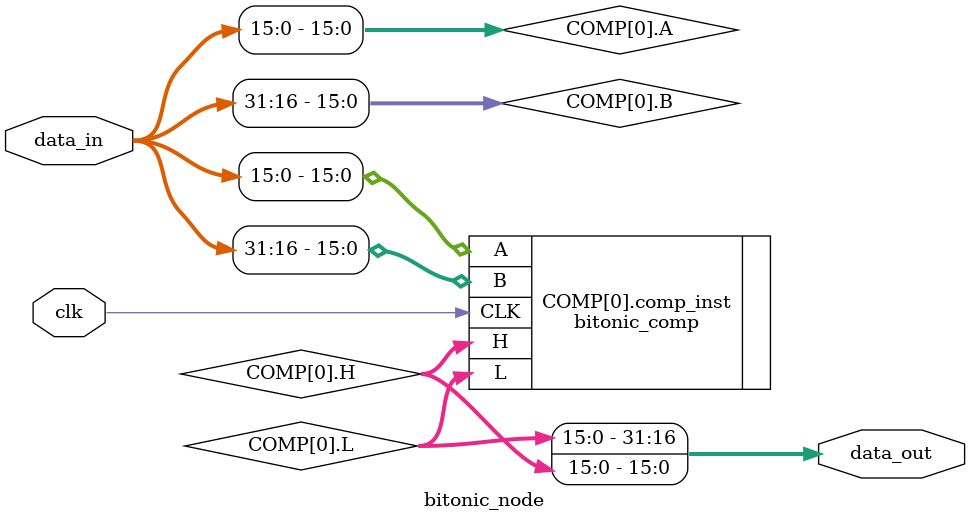
<source format=v>
`timescale 1ns / 1ps

module bitonic_node #(
	parameter DATA_WIDTH = 16,
	parameter ORDER = 0,
	parameter POLARITY = 0,
	parameter SIGNED = 0,
	parameter PIPE_REG = 1,
	parameter INDEX = 0
)
(
	input wire clk,
	input wire [DATA_WIDTH*2**(ORDER+1)-1:0]data_in,
	output wire [DATA_WIDTH*2**(ORDER+1)-1:0]data_out
);

localparam COMP_NUM = 2**ORDER;
localparam REGOUT_EN = (INDEX % PIPE_REG) == 0;

genvar i;

generate for (i = 0; i < COMP_NUM; i = i + 1) begin: COMP
	wire [DATA_WIDTH-1:0]A;
	wire [DATA_WIDTH-1:0]B;
	wire [DATA_WIDTH-1:0]H;
	wire [DATA_WIDTH-1:0]L;
	
	assign A = data_in[DATA_WIDTH*(i + 1 + COMP_NUM * 0)-1-:DATA_WIDTH];
	assign B = data_in[DATA_WIDTH*(i + 1 + COMP_NUM * 1)-1-:DATA_WIDTH];
	assign data_out[DATA_WIDTH*(i + 1 + COMP_NUM * 0)-1-:DATA_WIDTH] = H;
	assign data_out[DATA_WIDTH*(i + 1 + COMP_NUM * 1)-1-:DATA_WIDTH] = L;

	bitonic_comp #(
		.DATA_WIDTH(DATA_WIDTH),
		.POLARITY(POLARITY),
		.SIGNED(SIGNED),
		.REGOUT_EN(REGOUT_EN)
	) comp_inst (
		.CLK(clk),
		.A(A),
		.B(B),
		.H(H),
		.L(L)
	);
end endgenerate

endmodule

</source>
